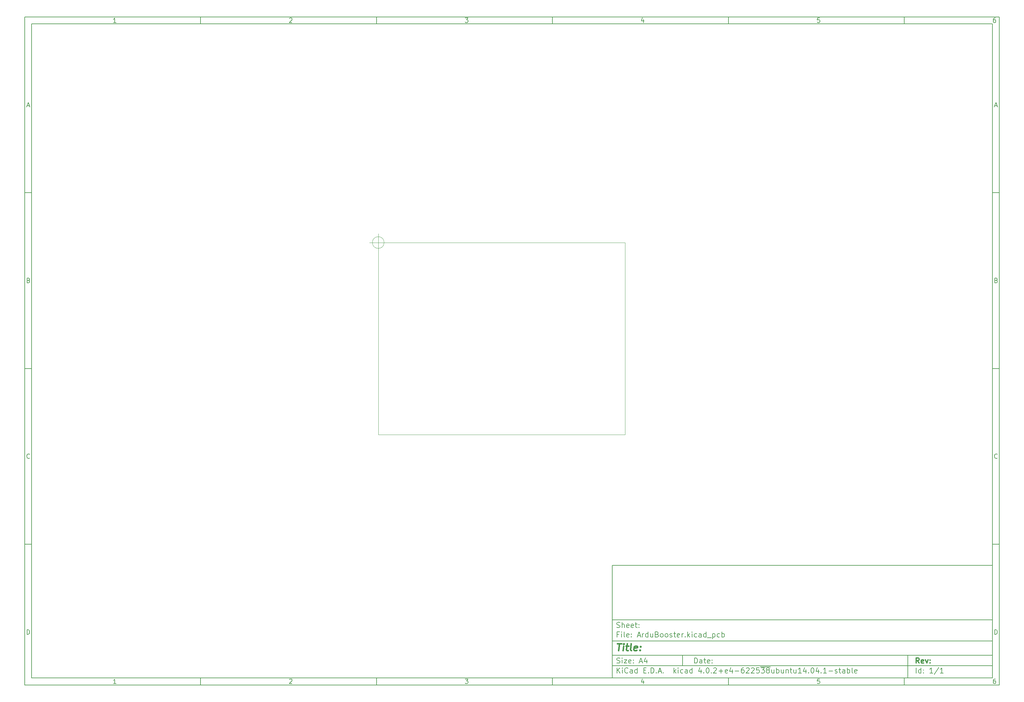
<source format=gm1>
G04 #@! TF.FileFunction,Profile,NP*
%FSLAX46Y46*%
G04 Gerber Fmt 4.6, Leading zero omitted, Abs format (unit mm)*
G04 Created by KiCad (PCBNEW 4.0.2+e4-6225~38~ubuntu14.04.1-stable) date Sáb 27 Ago 2016 07:59:03 BRT*
%MOMM*%
G01*
G04 APERTURE LIST*
%ADD10C,0.100000*%
%ADD11C,0.150000*%
%ADD12C,0.300000*%
%ADD13C,0.400000*%
G04 APERTURE END LIST*
D10*
D11*
X177002200Y-166007200D02*
X177002200Y-198007200D01*
X285002200Y-198007200D01*
X285002200Y-166007200D01*
X177002200Y-166007200D01*
D10*
D11*
X10000000Y-10000000D02*
X10000000Y-200007200D01*
X287002200Y-200007200D01*
X287002200Y-10000000D01*
X10000000Y-10000000D01*
D10*
D11*
X12000000Y-12000000D02*
X12000000Y-198007200D01*
X285002200Y-198007200D01*
X285002200Y-12000000D01*
X12000000Y-12000000D01*
D10*
D11*
X60000000Y-12000000D02*
X60000000Y-10000000D01*
D10*
D11*
X110000000Y-12000000D02*
X110000000Y-10000000D01*
D10*
D11*
X160000000Y-12000000D02*
X160000000Y-10000000D01*
D10*
D11*
X210000000Y-12000000D02*
X210000000Y-10000000D01*
D10*
D11*
X260000000Y-12000000D02*
X260000000Y-10000000D01*
D10*
D11*
X35990476Y-11588095D02*
X35247619Y-11588095D01*
X35619048Y-11588095D02*
X35619048Y-10288095D01*
X35495238Y-10473810D01*
X35371429Y-10597619D01*
X35247619Y-10659524D01*
D10*
D11*
X85247619Y-10411905D02*
X85309524Y-10350000D01*
X85433333Y-10288095D01*
X85742857Y-10288095D01*
X85866667Y-10350000D01*
X85928571Y-10411905D01*
X85990476Y-10535714D01*
X85990476Y-10659524D01*
X85928571Y-10845238D01*
X85185714Y-11588095D01*
X85990476Y-11588095D01*
D10*
D11*
X135185714Y-10288095D02*
X135990476Y-10288095D01*
X135557143Y-10783333D01*
X135742857Y-10783333D01*
X135866667Y-10845238D01*
X135928571Y-10907143D01*
X135990476Y-11030952D01*
X135990476Y-11340476D01*
X135928571Y-11464286D01*
X135866667Y-11526190D01*
X135742857Y-11588095D01*
X135371429Y-11588095D01*
X135247619Y-11526190D01*
X135185714Y-11464286D01*
D10*
D11*
X185866667Y-10721429D02*
X185866667Y-11588095D01*
X185557143Y-10226190D02*
X185247619Y-11154762D01*
X186052381Y-11154762D01*
D10*
D11*
X235928571Y-10288095D02*
X235309524Y-10288095D01*
X235247619Y-10907143D01*
X235309524Y-10845238D01*
X235433333Y-10783333D01*
X235742857Y-10783333D01*
X235866667Y-10845238D01*
X235928571Y-10907143D01*
X235990476Y-11030952D01*
X235990476Y-11340476D01*
X235928571Y-11464286D01*
X235866667Y-11526190D01*
X235742857Y-11588095D01*
X235433333Y-11588095D01*
X235309524Y-11526190D01*
X235247619Y-11464286D01*
D10*
D11*
X285866667Y-10288095D02*
X285619048Y-10288095D01*
X285495238Y-10350000D01*
X285433333Y-10411905D01*
X285309524Y-10597619D01*
X285247619Y-10845238D01*
X285247619Y-11340476D01*
X285309524Y-11464286D01*
X285371429Y-11526190D01*
X285495238Y-11588095D01*
X285742857Y-11588095D01*
X285866667Y-11526190D01*
X285928571Y-11464286D01*
X285990476Y-11340476D01*
X285990476Y-11030952D01*
X285928571Y-10907143D01*
X285866667Y-10845238D01*
X285742857Y-10783333D01*
X285495238Y-10783333D01*
X285371429Y-10845238D01*
X285309524Y-10907143D01*
X285247619Y-11030952D01*
D10*
D11*
X60000000Y-198007200D02*
X60000000Y-200007200D01*
D10*
D11*
X110000000Y-198007200D02*
X110000000Y-200007200D01*
D10*
D11*
X160000000Y-198007200D02*
X160000000Y-200007200D01*
D10*
D11*
X210000000Y-198007200D02*
X210000000Y-200007200D01*
D10*
D11*
X260000000Y-198007200D02*
X260000000Y-200007200D01*
D10*
D11*
X35990476Y-199595295D02*
X35247619Y-199595295D01*
X35619048Y-199595295D02*
X35619048Y-198295295D01*
X35495238Y-198481010D01*
X35371429Y-198604819D01*
X35247619Y-198666724D01*
D10*
D11*
X85247619Y-198419105D02*
X85309524Y-198357200D01*
X85433333Y-198295295D01*
X85742857Y-198295295D01*
X85866667Y-198357200D01*
X85928571Y-198419105D01*
X85990476Y-198542914D01*
X85990476Y-198666724D01*
X85928571Y-198852438D01*
X85185714Y-199595295D01*
X85990476Y-199595295D01*
D10*
D11*
X135185714Y-198295295D02*
X135990476Y-198295295D01*
X135557143Y-198790533D01*
X135742857Y-198790533D01*
X135866667Y-198852438D01*
X135928571Y-198914343D01*
X135990476Y-199038152D01*
X135990476Y-199347676D01*
X135928571Y-199471486D01*
X135866667Y-199533390D01*
X135742857Y-199595295D01*
X135371429Y-199595295D01*
X135247619Y-199533390D01*
X135185714Y-199471486D01*
D10*
D11*
X185866667Y-198728629D02*
X185866667Y-199595295D01*
X185557143Y-198233390D02*
X185247619Y-199161962D01*
X186052381Y-199161962D01*
D10*
D11*
X235928571Y-198295295D02*
X235309524Y-198295295D01*
X235247619Y-198914343D01*
X235309524Y-198852438D01*
X235433333Y-198790533D01*
X235742857Y-198790533D01*
X235866667Y-198852438D01*
X235928571Y-198914343D01*
X235990476Y-199038152D01*
X235990476Y-199347676D01*
X235928571Y-199471486D01*
X235866667Y-199533390D01*
X235742857Y-199595295D01*
X235433333Y-199595295D01*
X235309524Y-199533390D01*
X235247619Y-199471486D01*
D10*
D11*
X285866667Y-198295295D02*
X285619048Y-198295295D01*
X285495238Y-198357200D01*
X285433333Y-198419105D01*
X285309524Y-198604819D01*
X285247619Y-198852438D01*
X285247619Y-199347676D01*
X285309524Y-199471486D01*
X285371429Y-199533390D01*
X285495238Y-199595295D01*
X285742857Y-199595295D01*
X285866667Y-199533390D01*
X285928571Y-199471486D01*
X285990476Y-199347676D01*
X285990476Y-199038152D01*
X285928571Y-198914343D01*
X285866667Y-198852438D01*
X285742857Y-198790533D01*
X285495238Y-198790533D01*
X285371429Y-198852438D01*
X285309524Y-198914343D01*
X285247619Y-199038152D01*
D10*
D11*
X10000000Y-60000000D02*
X12000000Y-60000000D01*
D10*
D11*
X10000000Y-110000000D02*
X12000000Y-110000000D01*
D10*
D11*
X10000000Y-160000000D02*
X12000000Y-160000000D01*
D10*
D11*
X10690476Y-35216667D02*
X11309524Y-35216667D01*
X10566667Y-35588095D02*
X11000000Y-34288095D01*
X11433333Y-35588095D01*
D10*
D11*
X11092857Y-84907143D02*
X11278571Y-84969048D01*
X11340476Y-85030952D01*
X11402381Y-85154762D01*
X11402381Y-85340476D01*
X11340476Y-85464286D01*
X11278571Y-85526190D01*
X11154762Y-85588095D01*
X10659524Y-85588095D01*
X10659524Y-84288095D01*
X11092857Y-84288095D01*
X11216667Y-84350000D01*
X11278571Y-84411905D01*
X11340476Y-84535714D01*
X11340476Y-84659524D01*
X11278571Y-84783333D01*
X11216667Y-84845238D01*
X11092857Y-84907143D01*
X10659524Y-84907143D01*
D10*
D11*
X11402381Y-135464286D02*
X11340476Y-135526190D01*
X11154762Y-135588095D01*
X11030952Y-135588095D01*
X10845238Y-135526190D01*
X10721429Y-135402381D01*
X10659524Y-135278571D01*
X10597619Y-135030952D01*
X10597619Y-134845238D01*
X10659524Y-134597619D01*
X10721429Y-134473810D01*
X10845238Y-134350000D01*
X11030952Y-134288095D01*
X11154762Y-134288095D01*
X11340476Y-134350000D01*
X11402381Y-134411905D01*
D10*
D11*
X10659524Y-185588095D02*
X10659524Y-184288095D01*
X10969048Y-184288095D01*
X11154762Y-184350000D01*
X11278571Y-184473810D01*
X11340476Y-184597619D01*
X11402381Y-184845238D01*
X11402381Y-185030952D01*
X11340476Y-185278571D01*
X11278571Y-185402381D01*
X11154762Y-185526190D01*
X10969048Y-185588095D01*
X10659524Y-185588095D01*
D10*
D11*
X287002200Y-60000000D02*
X285002200Y-60000000D01*
D10*
D11*
X287002200Y-110000000D02*
X285002200Y-110000000D01*
D10*
D11*
X287002200Y-160000000D02*
X285002200Y-160000000D01*
D10*
D11*
X285692676Y-35216667D02*
X286311724Y-35216667D01*
X285568867Y-35588095D02*
X286002200Y-34288095D01*
X286435533Y-35588095D01*
D10*
D11*
X286095057Y-84907143D02*
X286280771Y-84969048D01*
X286342676Y-85030952D01*
X286404581Y-85154762D01*
X286404581Y-85340476D01*
X286342676Y-85464286D01*
X286280771Y-85526190D01*
X286156962Y-85588095D01*
X285661724Y-85588095D01*
X285661724Y-84288095D01*
X286095057Y-84288095D01*
X286218867Y-84350000D01*
X286280771Y-84411905D01*
X286342676Y-84535714D01*
X286342676Y-84659524D01*
X286280771Y-84783333D01*
X286218867Y-84845238D01*
X286095057Y-84907143D01*
X285661724Y-84907143D01*
D10*
D11*
X286404581Y-135464286D02*
X286342676Y-135526190D01*
X286156962Y-135588095D01*
X286033152Y-135588095D01*
X285847438Y-135526190D01*
X285723629Y-135402381D01*
X285661724Y-135278571D01*
X285599819Y-135030952D01*
X285599819Y-134845238D01*
X285661724Y-134597619D01*
X285723629Y-134473810D01*
X285847438Y-134350000D01*
X286033152Y-134288095D01*
X286156962Y-134288095D01*
X286342676Y-134350000D01*
X286404581Y-134411905D01*
D10*
D11*
X285661724Y-185588095D02*
X285661724Y-184288095D01*
X285971248Y-184288095D01*
X286156962Y-184350000D01*
X286280771Y-184473810D01*
X286342676Y-184597619D01*
X286404581Y-184845238D01*
X286404581Y-185030952D01*
X286342676Y-185278571D01*
X286280771Y-185402381D01*
X286156962Y-185526190D01*
X285971248Y-185588095D01*
X285661724Y-185588095D01*
D10*
D11*
X200359343Y-193785771D02*
X200359343Y-192285771D01*
X200716486Y-192285771D01*
X200930771Y-192357200D01*
X201073629Y-192500057D01*
X201145057Y-192642914D01*
X201216486Y-192928629D01*
X201216486Y-193142914D01*
X201145057Y-193428629D01*
X201073629Y-193571486D01*
X200930771Y-193714343D01*
X200716486Y-193785771D01*
X200359343Y-193785771D01*
X202502200Y-193785771D02*
X202502200Y-193000057D01*
X202430771Y-192857200D01*
X202287914Y-192785771D01*
X202002200Y-192785771D01*
X201859343Y-192857200D01*
X202502200Y-193714343D02*
X202359343Y-193785771D01*
X202002200Y-193785771D01*
X201859343Y-193714343D01*
X201787914Y-193571486D01*
X201787914Y-193428629D01*
X201859343Y-193285771D01*
X202002200Y-193214343D01*
X202359343Y-193214343D01*
X202502200Y-193142914D01*
X203002200Y-192785771D02*
X203573629Y-192785771D01*
X203216486Y-192285771D02*
X203216486Y-193571486D01*
X203287914Y-193714343D01*
X203430772Y-193785771D01*
X203573629Y-193785771D01*
X204645057Y-193714343D02*
X204502200Y-193785771D01*
X204216486Y-193785771D01*
X204073629Y-193714343D01*
X204002200Y-193571486D01*
X204002200Y-193000057D01*
X204073629Y-192857200D01*
X204216486Y-192785771D01*
X204502200Y-192785771D01*
X204645057Y-192857200D01*
X204716486Y-193000057D01*
X204716486Y-193142914D01*
X204002200Y-193285771D01*
X205359343Y-193642914D02*
X205430771Y-193714343D01*
X205359343Y-193785771D01*
X205287914Y-193714343D01*
X205359343Y-193642914D01*
X205359343Y-193785771D01*
X205359343Y-192857200D02*
X205430771Y-192928629D01*
X205359343Y-193000057D01*
X205287914Y-192928629D01*
X205359343Y-192857200D01*
X205359343Y-193000057D01*
D10*
D11*
X177002200Y-194507200D02*
X285002200Y-194507200D01*
D10*
D11*
X178359343Y-196585771D02*
X178359343Y-195085771D01*
X179216486Y-196585771D02*
X178573629Y-195728629D01*
X179216486Y-195085771D02*
X178359343Y-195942914D01*
X179859343Y-196585771D02*
X179859343Y-195585771D01*
X179859343Y-195085771D02*
X179787914Y-195157200D01*
X179859343Y-195228629D01*
X179930771Y-195157200D01*
X179859343Y-195085771D01*
X179859343Y-195228629D01*
X181430772Y-196442914D02*
X181359343Y-196514343D01*
X181145057Y-196585771D01*
X181002200Y-196585771D01*
X180787915Y-196514343D01*
X180645057Y-196371486D01*
X180573629Y-196228629D01*
X180502200Y-195942914D01*
X180502200Y-195728629D01*
X180573629Y-195442914D01*
X180645057Y-195300057D01*
X180787915Y-195157200D01*
X181002200Y-195085771D01*
X181145057Y-195085771D01*
X181359343Y-195157200D01*
X181430772Y-195228629D01*
X182716486Y-196585771D02*
X182716486Y-195800057D01*
X182645057Y-195657200D01*
X182502200Y-195585771D01*
X182216486Y-195585771D01*
X182073629Y-195657200D01*
X182716486Y-196514343D02*
X182573629Y-196585771D01*
X182216486Y-196585771D01*
X182073629Y-196514343D01*
X182002200Y-196371486D01*
X182002200Y-196228629D01*
X182073629Y-196085771D01*
X182216486Y-196014343D01*
X182573629Y-196014343D01*
X182716486Y-195942914D01*
X184073629Y-196585771D02*
X184073629Y-195085771D01*
X184073629Y-196514343D02*
X183930772Y-196585771D01*
X183645058Y-196585771D01*
X183502200Y-196514343D01*
X183430772Y-196442914D01*
X183359343Y-196300057D01*
X183359343Y-195871486D01*
X183430772Y-195728629D01*
X183502200Y-195657200D01*
X183645058Y-195585771D01*
X183930772Y-195585771D01*
X184073629Y-195657200D01*
X185930772Y-195800057D02*
X186430772Y-195800057D01*
X186645058Y-196585771D02*
X185930772Y-196585771D01*
X185930772Y-195085771D01*
X186645058Y-195085771D01*
X187287915Y-196442914D02*
X187359343Y-196514343D01*
X187287915Y-196585771D01*
X187216486Y-196514343D01*
X187287915Y-196442914D01*
X187287915Y-196585771D01*
X188002201Y-196585771D02*
X188002201Y-195085771D01*
X188359344Y-195085771D01*
X188573629Y-195157200D01*
X188716487Y-195300057D01*
X188787915Y-195442914D01*
X188859344Y-195728629D01*
X188859344Y-195942914D01*
X188787915Y-196228629D01*
X188716487Y-196371486D01*
X188573629Y-196514343D01*
X188359344Y-196585771D01*
X188002201Y-196585771D01*
X189502201Y-196442914D02*
X189573629Y-196514343D01*
X189502201Y-196585771D01*
X189430772Y-196514343D01*
X189502201Y-196442914D01*
X189502201Y-196585771D01*
X190145058Y-196157200D02*
X190859344Y-196157200D01*
X190002201Y-196585771D02*
X190502201Y-195085771D01*
X191002201Y-196585771D01*
X191502201Y-196442914D02*
X191573629Y-196514343D01*
X191502201Y-196585771D01*
X191430772Y-196514343D01*
X191502201Y-196442914D01*
X191502201Y-196585771D01*
X194502201Y-196585771D02*
X194502201Y-195085771D01*
X194645058Y-196014343D02*
X195073629Y-196585771D01*
X195073629Y-195585771D02*
X194502201Y-196157200D01*
X195716487Y-196585771D02*
X195716487Y-195585771D01*
X195716487Y-195085771D02*
X195645058Y-195157200D01*
X195716487Y-195228629D01*
X195787915Y-195157200D01*
X195716487Y-195085771D01*
X195716487Y-195228629D01*
X197073630Y-196514343D02*
X196930773Y-196585771D01*
X196645059Y-196585771D01*
X196502201Y-196514343D01*
X196430773Y-196442914D01*
X196359344Y-196300057D01*
X196359344Y-195871486D01*
X196430773Y-195728629D01*
X196502201Y-195657200D01*
X196645059Y-195585771D01*
X196930773Y-195585771D01*
X197073630Y-195657200D01*
X198359344Y-196585771D02*
X198359344Y-195800057D01*
X198287915Y-195657200D01*
X198145058Y-195585771D01*
X197859344Y-195585771D01*
X197716487Y-195657200D01*
X198359344Y-196514343D02*
X198216487Y-196585771D01*
X197859344Y-196585771D01*
X197716487Y-196514343D01*
X197645058Y-196371486D01*
X197645058Y-196228629D01*
X197716487Y-196085771D01*
X197859344Y-196014343D01*
X198216487Y-196014343D01*
X198359344Y-195942914D01*
X199716487Y-196585771D02*
X199716487Y-195085771D01*
X199716487Y-196514343D02*
X199573630Y-196585771D01*
X199287916Y-196585771D01*
X199145058Y-196514343D01*
X199073630Y-196442914D01*
X199002201Y-196300057D01*
X199002201Y-195871486D01*
X199073630Y-195728629D01*
X199145058Y-195657200D01*
X199287916Y-195585771D01*
X199573630Y-195585771D01*
X199716487Y-195657200D01*
X202216487Y-195585771D02*
X202216487Y-196585771D01*
X201859344Y-195014343D02*
X201502201Y-196085771D01*
X202430773Y-196085771D01*
X203002201Y-196442914D02*
X203073629Y-196514343D01*
X203002201Y-196585771D01*
X202930772Y-196514343D01*
X203002201Y-196442914D01*
X203002201Y-196585771D01*
X204002201Y-195085771D02*
X204145058Y-195085771D01*
X204287915Y-195157200D01*
X204359344Y-195228629D01*
X204430773Y-195371486D01*
X204502201Y-195657200D01*
X204502201Y-196014343D01*
X204430773Y-196300057D01*
X204359344Y-196442914D01*
X204287915Y-196514343D01*
X204145058Y-196585771D01*
X204002201Y-196585771D01*
X203859344Y-196514343D01*
X203787915Y-196442914D01*
X203716487Y-196300057D01*
X203645058Y-196014343D01*
X203645058Y-195657200D01*
X203716487Y-195371486D01*
X203787915Y-195228629D01*
X203859344Y-195157200D01*
X204002201Y-195085771D01*
X205145058Y-196442914D02*
X205216486Y-196514343D01*
X205145058Y-196585771D01*
X205073629Y-196514343D01*
X205145058Y-196442914D01*
X205145058Y-196585771D01*
X205787915Y-195228629D02*
X205859344Y-195157200D01*
X206002201Y-195085771D01*
X206359344Y-195085771D01*
X206502201Y-195157200D01*
X206573630Y-195228629D01*
X206645058Y-195371486D01*
X206645058Y-195514343D01*
X206573630Y-195728629D01*
X205716487Y-196585771D01*
X206645058Y-196585771D01*
X207287915Y-196014343D02*
X208430772Y-196014343D01*
X207859343Y-196585771D02*
X207859343Y-195442914D01*
X209716486Y-196514343D02*
X209573629Y-196585771D01*
X209287915Y-196585771D01*
X209145058Y-196514343D01*
X209073629Y-196371486D01*
X209073629Y-195800057D01*
X209145058Y-195657200D01*
X209287915Y-195585771D01*
X209573629Y-195585771D01*
X209716486Y-195657200D01*
X209787915Y-195800057D01*
X209787915Y-195942914D01*
X209073629Y-196085771D01*
X211073629Y-195585771D02*
X211073629Y-196585771D01*
X210716486Y-195014343D02*
X210359343Y-196085771D01*
X211287915Y-196085771D01*
X211859343Y-196014343D02*
X213002200Y-196014343D01*
X214359343Y-195085771D02*
X214073629Y-195085771D01*
X213930772Y-195157200D01*
X213859343Y-195228629D01*
X213716486Y-195442914D01*
X213645057Y-195728629D01*
X213645057Y-196300057D01*
X213716486Y-196442914D01*
X213787914Y-196514343D01*
X213930772Y-196585771D01*
X214216486Y-196585771D01*
X214359343Y-196514343D01*
X214430772Y-196442914D01*
X214502200Y-196300057D01*
X214502200Y-195942914D01*
X214430772Y-195800057D01*
X214359343Y-195728629D01*
X214216486Y-195657200D01*
X213930772Y-195657200D01*
X213787914Y-195728629D01*
X213716486Y-195800057D01*
X213645057Y-195942914D01*
X215073628Y-195228629D02*
X215145057Y-195157200D01*
X215287914Y-195085771D01*
X215645057Y-195085771D01*
X215787914Y-195157200D01*
X215859343Y-195228629D01*
X215930771Y-195371486D01*
X215930771Y-195514343D01*
X215859343Y-195728629D01*
X215002200Y-196585771D01*
X215930771Y-196585771D01*
X216502199Y-195228629D02*
X216573628Y-195157200D01*
X216716485Y-195085771D01*
X217073628Y-195085771D01*
X217216485Y-195157200D01*
X217287914Y-195228629D01*
X217359342Y-195371486D01*
X217359342Y-195514343D01*
X217287914Y-195728629D01*
X216430771Y-196585771D01*
X217359342Y-196585771D01*
X218716485Y-195085771D02*
X218002199Y-195085771D01*
X217930770Y-195800057D01*
X218002199Y-195728629D01*
X218145056Y-195657200D01*
X218502199Y-195657200D01*
X218645056Y-195728629D01*
X218716485Y-195800057D01*
X218787913Y-195942914D01*
X218787913Y-196300057D01*
X218716485Y-196442914D01*
X218645056Y-196514343D01*
X218502199Y-196585771D01*
X218145056Y-196585771D01*
X218002199Y-196514343D01*
X217930770Y-196442914D01*
X219287913Y-195085771D02*
X220216484Y-195085771D01*
X219716484Y-195657200D01*
X219930770Y-195657200D01*
X220073627Y-195728629D01*
X220145056Y-195800057D01*
X220216484Y-195942914D01*
X220216484Y-196300057D01*
X220145056Y-196442914D01*
X220073627Y-196514343D01*
X219930770Y-196585771D01*
X219502198Y-196585771D01*
X219359341Y-196514343D01*
X219287913Y-196442914D01*
X221073627Y-195728629D02*
X220930769Y-195657200D01*
X220859341Y-195585771D01*
X220787912Y-195442914D01*
X220787912Y-195371486D01*
X220859341Y-195228629D01*
X220930769Y-195157200D01*
X221073627Y-195085771D01*
X221359341Y-195085771D01*
X221502198Y-195157200D01*
X221573627Y-195228629D01*
X221645055Y-195371486D01*
X221645055Y-195442914D01*
X221573627Y-195585771D01*
X221502198Y-195657200D01*
X221359341Y-195728629D01*
X221073627Y-195728629D01*
X220930769Y-195800057D01*
X220859341Y-195871486D01*
X220787912Y-196014343D01*
X220787912Y-196300057D01*
X220859341Y-196442914D01*
X220930769Y-196514343D01*
X221073627Y-196585771D01*
X221359341Y-196585771D01*
X221502198Y-196514343D01*
X221573627Y-196442914D01*
X221645055Y-196300057D01*
X221645055Y-196014343D01*
X221573627Y-195871486D01*
X221502198Y-195800057D01*
X221359341Y-195728629D01*
X219073627Y-194827200D02*
X221930769Y-194827200D01*
X222930769Y-195585771D02*
X222930769Y-196585771D01*
X222287912Y-195585771D02*
X222287912Y-196371486D01*
X222359340Y-196514343D01*
X222502198Y-196585771D01*
X222716483Y-196585771D01*
X222859340Y-196514343D01*
X222930769Y-196442914D01*
X223645055Y-196585771D02*
X223645055Y-195085771D01*
X223645055Y-195657200D02*
X223787912Y-195585771D01*
X224073626Y-195585771D01*
X224216483Y-195657200D01*
X224287912Y-195728629D01*
X224359341Y-195871486D01*
X224359341Y-196300057D01*
X224287912Y-196442914D01*
X224216483Y-196514343D01*
X224073626Y-196585771D01*
X223787912Y-196585771D01*
X223645055Y-196514343D01*
X225645055Y-195585771D02*
X225645055Y-196585771D01*
X225002198Y-195585771D02*
X225002198Y-196371486D01*
X225073626Y-196514343D01*
X225216484Y-196585771D01*
X225430769Y-196585771D01*
X225573626Y-196514343D01*
X225645055Y-196442914D01*
X226359341Y-195585771D02*
X226359341Y-196585771D01*
X226359341Y-195728629D02*
X226430769Y-195657200D01*
X226573627Y-195585771D01*
X226787912Y-195585771D01*
X226930769Y-195657200D01*
X227002198Y-195800057D01*
X227002198Y-196585771D01*
X227502198Y-195585771D02*
X228073627Y-195585771D01*
X227716484Y-195085771D02*
X227716484Y-196371486D01*
X227787912Y-196514343D01*
X227930770Y-196585771D01*
X228073627Y-196585771D01*
X229216484Y-195585771D02*
X229216484Y-196585771D01*
X228573627Y-195585771D02*
X228573627Y-196371486D01*
X228645055Y-196514343D01*
X228787913Y-196585771D01*
X229002198Y-196585771D01*
X229145055Y-196514343D01*
X229216484Y-196442914D01*
X230716484Y-196585771D02*
X229859341Y-196585771D01*
X230287913Y-196585771D02*
X230287913Y-195085771D01*
X230145056Y-195300057D01*
X230002198Y-195442914D01*
X229859341Y-195514343D01*
X232002198Y-195585771D02*
X232002198Y-196585771D01*
X231645055Y-195014343D02*
X231287912Y-196085771D01*
X232216484Y-196085771D01*
X232787912Y-196442914D02*
X232859340Y-196514343D01*
X232787912Y-196585771D01*
X232716483Y-196514343D01*
X232787912Y-196442914D01*
X232787912Y-196585771D01*
X233787912Y-195085771D02*
X233930769Y-195085771D01*
X234073626Y-195157200D01*
X234145055Y-195228629D01*
X234216484Y-195371486D01*
X234287912Y-195657200D01*
X234287912Y-196014343D01*
X234216484Y-196300057D01*
X234145055Y-196442914D01*
X234073626Y-196514343D01*
X233930769Y-196585771D01*
X233787912Y-196585771D01*
X233645055Y-196514343D01*
X233573626Y-196442914D01*
X233502198Y-196300057D01*
X233430769Y-196014343D01*
X233430769Y-195657200D01*
X233502198Y-195371486D01*
X233573626Y-195228629D01*
X233645055Y-195157200D01*
X233787912Y-195085771D01*
X235573626Y-195585771D02*
X235573626Y-196585771D01*
X235216483Y-195014343D02*
X234859340Y-196085771D01*
X235787912Y-196085771D01*
X236359340Y-196442914D02*
X236430768Y-196514343D01*
X236359340Y-196585771D01*
X236287911Y-196514343D01*
X236359340Y-196442914D01*
X236359340Y-196585771D01*
X237859340Y-196585771D02*
X237002197Y-196585771D01*
X237430769Y-196585771D02*
X237430769Y-195085771D01*
X237287912Y-195300057D01*
X237145054Y-195442914D01*
X237002197Y-195514343D01*
X238502197Y-196014343D02*
X239645054Y-196014343D01*
X240287911Y-196514343D02*
X240430768Y-196585771D01*
X240716483Y-196585771D01*
X240859340Y-196514343D01*
X240930768Y-196371486D01*
X240930768Y-196300057D01*
X240859340Y-196157200D01*
X240716483Y-196085771D01*
X240502197Y-196085771D01*
X240359340Y-196014343D01*
X240287911Y-195871486D01*
X240287911Y-195800057D01*
X240359340Y-195657200D01*
X240502197Y-195585771D01*
X240716483Y-195585771D01*
X240859340Y-195657200D01*
X241359340Y-195585771D02*
X241930769Y-195585771D01*
X241573626Y-195085771D02*
X241573626Y-196371486D01*
X241645054Y-196514343D01*
X241787912Y-196585771D01*
X241930769Y-196585771D01*
X243073626Y-196585771D02*
X243073626Y-195800057D01*
X243002197Y-195657200D01*
X242859340Y-195585771D01*
X242573626Y-195585771D01*
X242430769Y-195657200D01*
X243073626Y-196514343D02*
X242930769Y-196585771D01*
X242573626Y-196585771D01*
X242430769Y-196514343D01*
X242359340Y-196371486D01*
X242359340Y-196228629D01*
X242430769Y-196085771D01*
X242573626Y-196014343D01*
X242930769Y-196014343D01*
X243073626Y-195942914D01*
X243787912Y-196585771D02*
X243787912Y-195085771D01*
X243787912Y-195657200D02*
X243930769Y-195585771D01*
X244216483Y-195585771D01*
X244359340Y-195657200D01*
X244430769Y-195728629D01*
X244502198Y-195871486D01*
X244502198Y-196300057D01*
X244430769Y-196442914D01*
X244359340Y-196514343D01*
X244216483Y-196585771D01*
X243930769Y-196585771D01*
X243787912Y-196514343D01*
X245359341Y-196585771D02*
X245216483Y-196514343D01*
X245145055Y-196371486D01*
X245145055Y-195085771D01*
X246502197Y-196514343D02*
X246359340Y-196585771D01*
X246073626Y-196585771D01*
X245930769Y-196514343D01*
X245859340Y-196371486D01*
X245859340Y-195800057D01*
X245930769Y-195657200D01*
X246073626Y-195585771D01*
X246359340Y-195585771D01*
X246502197Y-195657200D01*
X246573626Y-195800057D01*
X246573626Y-195942914D01*
X245859340Y-196085771D01*
D10*
D11*
X177002200Y-191507200D02*
X285002200Y-191507200D01*
D10*
D12*
X264216486Y-193785771D02*
X263716486Y-193071486D01*
X263359343Y-193785771D02*
X263359343Y-192285771D01*
X263930771Y-192285771D01*
X264073629Y-192357200D01*
X264145057Y-192428629D01*
X264216486Y-192571486D01*
X264216486Y-192785771D01*
X264145057Y-192928629D01*
X264073629Y-193000057D01*
X263930771Y-193071486D01*
X263359343Y-193071486D01*
X265430771Y-193714343D02*
X265287914Y-193785771D01*
X265002200Y-193785771D01*
X264859343Y-193714343D01*
X264787914Y-193571486D01*
X264787914Y-193000057D01*
X264859343Y-192857200D01*
X265002200Y-192785771D01*
X265287914Y-192785771D01*
X265430771Y-192857200D01*
X265502200Y-193000057D01*
X265502200Y-193142914D01*
X264787914Y-193285771D01*
X266002200Y-192785771D02*
X266359343Y-193785771D01*
X266716485Y-192785771D01*
X267287914Y-193642914D02*
X267359342Y-193714343D01*
X267287914Y-193785771D01*
X267216485Y-193714343D01*
X267287914Y-193642914D01*
X267287914Y-193785771D01*
X267287914Y-192857200D02*
X267359342Y-192928629D01*
X267287914Y-193000057D01*
X267216485Y-192928629D01*
X267287914Y-192857200D01*
X267287914Y-193000057D01*
D10*
D11*
X178287914Y-193714343D02*
X178502200Y-193785771D01*
X178859343Y-193785771D01*
X179002200Y-193714343D01*
X179073629Y-193642914D01*
X179145057Y-193500057D01*
X179145057Y-193357200D01*
X179073629Y-193214343D01*
X179002200Y-193142914D01*
X178859343Y-193071486D01*
X178573629Y-193000057D01*
X178430771Y-192928629D01*
X178359343Y-192857200D01*
X178287914Y-192714343D01*
X178287914Y-192571486D01*
X178359343Y-192428629D01*
X178430771Y-192357200D01*
X178573629Y-192285771D01*
X178930771Y-192285771D01*
X179145057Y-192357200D01*
X179787914Y-193785771D02*
X179787914Y-192785771D01*
X179787914Y-192285771D02*
X179716485Y-192357200D01*
X179787914Y-192428629D01*
X179859342Y-192357200D01*
X179787914Y-192285771D01*
X179787914Y-192428629D01*
X180359343Y-192785771D02*
X181145057Y-192785771D01*
X180359343Y-193785771D01*
X181145057Y-193785771D01*
X182287914Y-193714343D02*
X182145057Y-193785771D01*
X181859343Y-193785771D01*
X181716486Y-193714343D01*
X181645057Y-193571486D01*
X181645057Y-193000057D01*
X181716486Y-192857200D01*
X181859343Y-192785771D01*
X182145057Y-192785771D01*
X182287914Y-192857200D01*
X182359343Y-193000057D01*
X182359343Y-193142914D01*
X181645057Y-193285771D01*
X183002200Y-193642914D02*
X183073628Y-193714343D01*
X183002200Y-193785771D01*
X182930771Y-193714343D01*
X183002200Y-193642914D01*
X183002200Y-193785771D01*
X183002200Y-192857200D02*
X183073628Y-192928629D01*
X183002200Y-193000057D01*
X182930771Y-192928629D01*
X183002200Y-192857200D01*
X183002200Y-193000057D01*
X184787914Y-193357200D02*
X185502200Y-193357200D01*
X184645057Y-193785771D02*
X185145057Y-192285771D01*
X185645057Y-193785771D01*
X186787914Y-192785771D02*
X186787914Y-193785771D01*
X186430771Y-192214343D02*
X186073628Y-193285771D01*
X187002200Y-193285771D01*
D10*
D11*
X263359343Y-196585771D02*
X263359343Y-195085771D01*
X264716486Y-196585771D02*
X264716486Y-195085771D01*
X264716486Y-196514343D02*
X264573629Y-196585771D01*
X264287915Y-196585771D01*
X264145057Y-196514343D01*
X264073629Y-196442914D01*
X264002200Y-196300057D01*
X264002200Y-195871486D01*
X264073629Y-195728629D01*
X264145057Y-195657200D01*
X264287915Y-195585771D01*
X264573629Y-195585771D01*
X264716486Y-195657200D01*
X265430772Y-196442914D02*
X265502200Y-196514343D01*
X265430772Y-196585771D01*
X265359343Y-196514343D01*
X265430772Y-196442914D01*
X265430772Y-196585771D01*
X265430772Y-195657200D02*
X265502200Y-195728629D01*
X265430772Y-195800057D01*
X265359343Y-195728629D01*
X265430772Y-195657200D01*
X265430772Y-195800057D01*
X268073629Y-196585771D02*
X267216486Y-196585771D01*
X267645058Y-196585771D02*
X267645058Y-195085771D01*
X267502201Y-195300057D01*
X267359343Y-195442914D01*
X267216486Y-195514343D01*
X269787914Y-195014343D02*
X268502200Y-196942914D01*
X271073629Y-196585771D02*
X270216486Y-196585771D01*
X270645058Y-196585771D02*
X270645058Y-195085771D01*
X270502201Y-195300057D01*
X270359343Y-195442914D01*
X270216486Y-195514343D01*
D10*
D11*
X177002200Y-187507200D02*
X285002200Y-187507200D01*
D10*
D13*
X178454581Y-188211962D02*
X179597438Y-188211962D01*
X178776010Y-190211962D02*
X179026010Y-188211962D01*
X180014105Y-190211962D02*
X180180771Y-188878629D01*
X180264105Y-188211962D02*
X180156962Y-188307200D01*
X180240295Y-188402438D01*
X180347439Y-188307200D01*
X180264105Y-188211962D01*
X180240295Y-188402438D01*
X180847438Y-188878629D02*
X181609343Y-188878629D01*
X181216486Y-188211962D02*
X181002200Y-189926248D01*
X181073630Y-190116724D01*
X181252201Y-190211962D01*
X181442677Y-190211962D01*
X182395058Y-190211962D02*
X182216487Y-190116724D01*
X182145057Y-189926248D01*
X182359343Y-188211962D01*
X183930772Y-190116724D02*
X183728391Y-190211962D01*
X183347439Y-190211962D01*
X183168867Y-190116724D01*
X183097438Y-189926248D01*
X183192676Y-189164343D01*
X183311724Y-188973867D01*
X183514105Y-188878629D01*
X183895057Y-188878629D01*
X184073629Y-188973867D01*
X184145057Y-189164343D01*
X184121248Y-189354819D01*
X183145057Y-189545295D01*
X184895057Y-190021486D02*
X184978392Y-190116724D01*
X184871248Y-190211962D01*
X184787915Y-190116724D01*
X184895057Y-190021486D01*
X184871248Y-190211962D01*
X185026010Y-188973867D02*
X185109344Y-189069105D01*
X185002200Y-189164343D01*
X184918867Y-189069105D01*
X185026010Y-188973867D01*
X185002200Y-189164343D01*
D10*
D11*
X178859343Y-185600057D02*
X178359343Y-185600057D01*
X178359343Y-186385771D02*
X178359343Y-184885771D01*
X179073629Y-184885771D01*
X179645057Y-186385771D02*
X179645057Y-185385771D01*
X179645057Y-184885771D02*
X179573628Y-184957200D01*
X179645057Y-185028629D01*
X179716485Y-184957200D01*
X179645057Y-184885771D01*
X179645057Y-185028629D01*
X180573629Y-186385771D02*
X180430771Y-186314343D01*
X180359343Y-186171486D01*
X180359343Y-184885771D01*
X181716485Y-186314343D02*
X181573628Y-186385771D01*
X181287914Y-186385771D01*
X181145057Y-186314343D01*
X181073628Y-186171486D01*
X181073628Y-185600057D01*
X181145057Y-185457200D01*
X181287914Y-185385771D01*
X181573628Y-185385771D01*
X181716485Y-185457200D01*
X181787914Y-185600057D01*
X181787914Y-185742914D01*
X181073628Y-185885771D01*
X182430771Y-186242914D02*
X182502199Y-186314343D01*
X182430771Y-186385771D01*
X182359342Y-186314343D01*
X182430771Y-186242914D01*
X182430771Y-186385771D01*
X182430771Y-185457200D02*
X182502199Y-185528629D01*
X182430771Y-185600057D01*
X182359342Y-185528629D01*
X182430771Y-185457200D01*
X182430771Y-185600057D01*
X184216485Y-185957200D02*
X184930771Y-185957200D01*
X184073628Y-186385771D02*
X184573628Y-184885771D01*
X185073628Y-186385771D01*
X185573628Y-186385771D02*
X185573628Y-185385771D01*
X185573628Y-185671486D02*
X185645056Y-185528629D01*
X185716485Y-185457200D01*
X185859342Y-185385771D01*
X186002199Y-185385771D01*
X187145056Y-186385771D02*
X187145056Y-184885771D01*
X187145056Y-186314343D02*
X187002199Y-186385771D01*
X186716485Y-186385771D01*
X186573627Y-186314343D01*
X186502199Y-186242914D01*
X186430770Y-186100057D01*
X186430770Y-185671486D01*
X186502199Y-185528629D01*
X186573627Y-185457200D01*
X186716485Y-185385771D01*
X187002199Y-185385771D01*
X187145056Y-185457200D01*
X188502199Y-185385771D02*
X188502199Y-186385771D01*
X187859342Y-185385771D02*
X187859342Y-186171486D01*
X187930770Y-186314343D01*
X188073628Y-186385771D01*
X188287913Y-186385771D01*
X188430770Y-186314343D01*
X188502199Y-186242914D01*
X189716485Y-185600057D02*
X189930771Y-185671486D01*
X190002199Y-185742914D01*
X190073628Y-185885771D01*
X190073628Y-186100057D01*
X190002199Y-186242914D01*
X189930771Y-186314343D01*
X189787913Y-186385771D01*
X189216485Y-186385771D01*
X189216485Y-184885771D01*
X189716485Y-184885771D01*
X189859342Y-184957200D01*
X189930771Y-185028629D01*
X190002199Y-185171486D01*
X190002199Y-185314343D01*
X189930771Y-185457200D01*
X189859342Y-185528629D01*
X189716485Y-185600057D01*
X189216485Y-185600057D01*
X190930771Y-186385771D02*
X190787913Y-186314343D01*
X190716485Y-186242914D01*
X190645056Y-186100057D01*
X190645056Y-185671486D01*
X190716485Y-185528629D01*
X190787913Y-185457200D01*
X190930771Y-185385771D01*
X191145056Y-185385771D01*
X191287913Y-185457200D01*
X191359342Y-185528629D01*
X191430771Y-185671486D01*
X191430771Y-186100057D01*
X191359342Y-186242914D01*
X191287913Y-186314343D01*
X191145056Y-186385771D01*
X190930771Y-186385771D01*
X192287914Y-186385771D02*
X192145056Y-186314343D01*
X192073628Y-186242914D01*
X192002199Y-186100057D01*
X192002199Y-185671486D01*
X192073628Y-185528629D01*
X192145056Y-185457200D01*
X192287914Y-185385771D01*
X192502199Y-185385771D01*
X192645056Y-185457200D01*
X192716485Y-185528629D01*
X192787914Y-185671486D01*
X192787914Y-186100057D01*
X192716485Y-186242914D01*
X192645056Y-186314343D01*
X192502199Y-186385771D01*
X192287914Y-186385771D01*
X193359342Y-186314343D02*
X193502199Y-186385771D01*
X193787914Y-186385771D01*
X193930771Y-186314343D01*
X194002199Y-186171486D01*
X194002199Y-186100057D01*
X193930771Y-185957200D01*
X193787914Y-185885771D01*
X193573628Y-185885771D01*
X193430771Y-185814343D01*
X193359342Y-185671486D01*
X193359342Y-185600057D01*
X193430771Y-185457200D01*
X193573628Y-185385771D01*
X193787914Y-185385771D01*
X193930771Y-185457200D01*
X194430771Y-185385771D02*
X195002200Y-185385771D01*
X194645057Y-184885771D02*
X194645057Y-186171486D01*
X194716485Y-186314343D01*
X194859343Y-186385771D01*
X195002200Y-186385771D01*
X196073628Y-186314343D02*
X195930771Y-186385771D01*
X195645057Y-186385771D01*
X195502200Y-186314343D01*
X195430771Y-186171486D01*
X195430771Y-185600057D01*
X195502200Y-185457200D01*
X195645057Y-185385771D01*
X195930771Y-185385771D01*
X196073628Y-185457200D01*
X196145057Y-185600057D01*
X196145057Y-185742914D01*
X195430771Y-185885771D01*
X196787914Y-186385771D02*
X196787914Y-185385771D01*
X196787914Y-185671486D02*
X196859342Y-185528629D01*
X196930771Y-185457200D01*
X197073628Y-185385771D01*
X197216485Y-185385771D01*
X197716485Y-186242914D02*
X197787913Y-186314343D01*
X197716485Y-186385771D01*
X197645056Y-186314343D01*
X197716485Y-186242914D01*
X197716485Y-186385771D01*
X198430771Y-186385771D02*
X198430771Y-184885771D01*
X198573628Y-185814343D02*
X199002199Y-186385771D01*
X199002199Y-185385771D02*
X198430771Y-185957200D01*
X199645057Y-186385771D02*
X199645057Y-185385771D01*
X199645057Y-184885771D02*
X199573628Y-184957200D01*
X199645057Y-185028629D01*
X199716485Y-184957200D01*
X199645057Y-184885771D01*
X199645057Y-185028629D01*
X201002200Y-186314343D02*
X200859343Y-186385771D01*
X200573629Y-186385771D01*
X200430771Y-186314343D01*
X200359343Y-186242914D01*
X200287914Y-186100057D01*
X200287914Y-185671486D01*
X200359343Y-185528629D01*
X200430771Y-185457200D01*
X200573629Y-185385771D01*
X200859343Y-185385771D01*
X201002200Y-185457200D01*
X202287914Y-186385771D02*
X202287914Y-185600057D01*
X202216485Y-185457200D01*
X202073628Y-185385771D01*
X201787914Y-185385771D01*
X201645057Y-185457200D01*
X202287914Y-186314343D02*
X202145057Y-186385771D01*
X201787914Y-186385771D01*
X201645057Y-186314343D01*
X201573628Y-186171486D01*
X201573628Y-186028629D01*
X201645057Y-185885771D01*
X201787914Y-185814343D01*
X202145057Y-185814343D01*
X202287914Y-185742914D01*
X203645057Y-186385771D02*
X203645057Y-184885771D01*
X203645057Y-186314343D02*
X203502200Y-186385771D01*
X203216486Y-186385771D01*
X203073628Y-186314343D01*
X203002200Y-186242914D01*
X202930771Y-186100057D01*
X202930771Y-185671486D01*
X203002200Y-185528629D01*
X203073628Y-185457200D01*
X203216486Y-185385771D01*
X203502200Y-185385771D01*
X203645057Y-185457200D01*
X204002200Y-186528629D02*
X205145057Y-186528629D01*
X205502200Y-185385771D02*
X205502200Y-186885771D01*
X205502200Y-185457200D02*
X205645057Y-185385771D01*
X205930771Y-185385771D01*
X206073628Y-185457200D01*
X206145057Y-185528629D01*
X206216486Y-185671486D01*
X206216486Y-186100057D01*
X206145057Y-186242914D01*
X206073628Y-186314343D01*
X205930771Y-186385771D01*
X205645057Y-186385771D01*
X205502200Y-186314343D01*
X207502200Y-186314343D02*
X207359343Y-186385771D01*
X207073629Y-186385771D01*
X206930771Y-186314343D01*
X206859343Y-186242914D01*
X206787914Y-186100057D01*
X206787914Y-185671486D01*
X206859343Y-185528629D01*
X206930771Y-185457200D01*
X207073629Y-185385771D01*
X207359343Y-185385771D01*
X207502200Y-185457200D01*
X208145057Y-186385771D02*
X208145057Y-184885771D01*
X208145057Y-185457200D02*
X208287914Y-185385771D01*
X208573628Y-185385771D01*
X208716485Y-185457200D01*
X208787914Y-185528629D01*
X208859343Y-185671486D01*
X208859343Y-186100057D01*
X208787914Y-186242914D01*
X208716485Y-186314343D01*
X208573628Y-186385771D01*
X208287914Y-186385771D01*
X208145057Y-186314343D01*
D10*
D11*
X177002200Y-181507200D02*
X285002200Y-181507200D01*
D10*
D11*
X178287914Y-183614343D02*
X178502200Y-183685771D01*
X178859343Y-183685771D01*
X179002200Y-183614343D01*
X179073629Y-183542914D01*
X179145057Y-183400057D01*
X179145057Y-183257200D01*
X179073629Y-183114343D01*
X179002200Y-183042914D01*
X178859343Y-182971486D01*
X178573629Y-182900057D01*
X178430771Y-182828629D01*
X178359343Y-182757200D01*
X178287914Y-182614343D01*
X178287914Y-182471486D01*
X178359343Y-182328629D01*
X178430771Y-182257200D01*
X178573629Y-182185771D01*
X178930771Y-182185771D01*
X179145057Y-182257200D01*
X179787914Y-183685771D02*
X179787914Y-182185771D01*
X180430771Y-183685771D02*
X180430771Y-182900057D01*
X180359342Y-182757200D01*
X180216485Y-182685771D01*
X180002200Y-182685771D01*
X179859342Y-182757200D01*
X179787914Y-182828629D01*
X181716485Y-183614343D02*
X181573628Y-183685771D01*
X181287914Y-183685771D01*
X181145057Y-183614343D01*
X181073628Y-183471486D01*
X181073628Y-182900057D01*
X181145057Y-182757200D01*
X181287914Y-182685771D01*
X181573628Y-182685771D01*
X181716485Y-182757200D01*
X181787914Y-182900057D01*
X181787914Y-183042914D01*
X181073628Y-183185771D01*
X183002199Y-183614343D02*
X182859342Y-183685771D01*
X182573628Y-183685771D01*
X182430771Y-183614343D01*
X182359342Y-183471486D01*
X182359342Y-182900057D01*
X182430771Y-182757200D01*
X182573628Y-182685771D01*
X182859342Y-182685771D01*
X183002199Y-182757200D01*
X183073628Y-182900057D01*
X183073628Y-183042914D01*
X182359342Y-183185771D01*
X183502199Y-182685771D02*
X184073628Y-182685771D01*
X183716485Y-182185771D02*
X183716485Y-183471486D01*
X183787913Y-183614343D01*
X183930771Y-183685771D01*
X184073628Y-183685771D01*
X184573628Y-183542914D02*
X184645056Y-183614343D01*
X184573628Y-183685771D01*
X184502199Y-183614343D01*
X184573628Y-183542914D01*
X184573628Y-183685771D01*
X184573628Y-182757200D02*
X184645056Y-182828629D01*
X184573628Y-182900057D01*
X184502199Y-182828629D01*
X184573628Y-182757200D01*
X184573628Y-182900057D01*
D10*
D11*
X197002200Y-191507200D02*
X197002200Y-194507200D01*
D10*
D11*
X261002200Y-191507200D02*
X261002200Y-198007200D01*
D10*
X112156666Y-74168000D02*
G75*
G03X112156666Y-74168000I-1666666J0D01*
G01*
X107990000Y-74168000D02*
X112990000Y-74168000D01*
X110490000Y-71668000D02*
X110490000Y-76668000D01*
X110490000Y-74168000D02*
X110490000Y-128778000D01*
X180594000Y-128778000D02*
X180594000Y-74168000D01*
X110490000Y-128778000D02*
X180594000Y-128778000D01*
X110490000Y-74168000D02*
X180594000Y-74168000D01*
M02*

</source>
